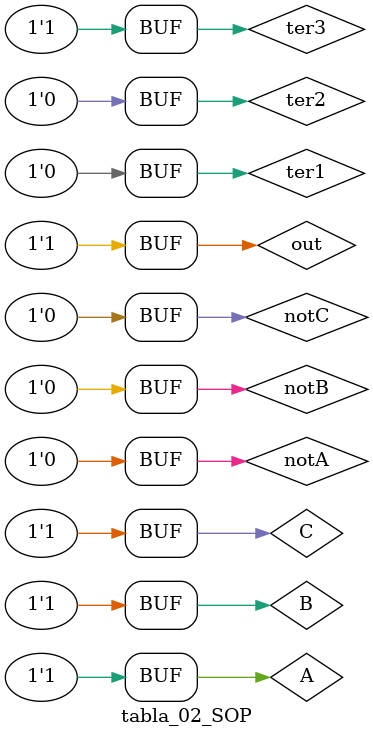
<source format=v>
module tabla_02_SOP();

reg A, B, C;
wire notA, notB, notC, ter1, ter2, ter3, out;

not a(notA, A);
not b(notB, B);
not c(notC, C);

and I(ter1, notA, notB, C);
and J(ter2, A, B, notC);
and K(ter3, A, B, C);


or U1(out, ter1, ter2, ter3);

initial begin

$display("| A B C | Y |");
$display("|-------|---|");
$monitor("| %b %b %b | %b |", A, B, C, out);
A = 0; B = 0; C = 0;
#1 C = 1;
#1 B = 1; C = 0;
#1 C = 1;
#1 A = 1; B = 0; C = 0;
#1 C = 1;
#1 B = 1; C = 0;
#1 C = 1;


end

endmodule

</source>
